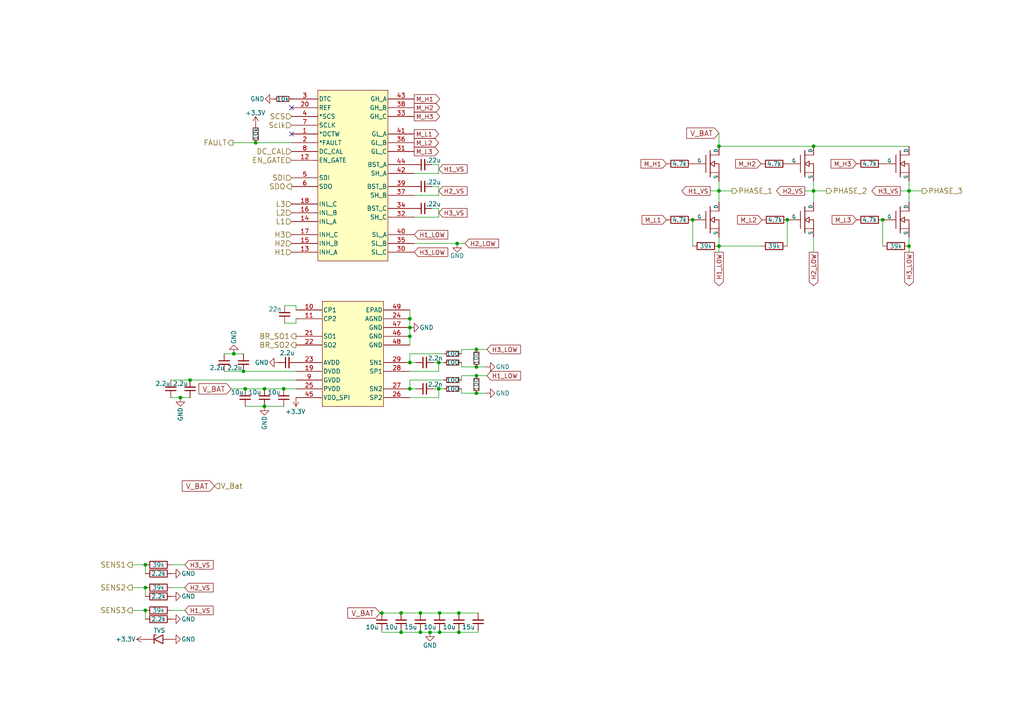
<source format=kicad_sch>
(kicad_sch (version 20230121) (generator eeschema)
  (paper "A4")
  (lib_symbols
    (symbol "BLDC_4-rescue:MOSFET_N" (pin_numbers hide) (pin_names (offset 0))
      (property "Reference" "Q" (at 0.254 4.318 0))
      (property "Value" "MOSFET_N" (at 0.254 -3.81 0))
      (symbol "MOSFET_N_0_1"
        (polyline (pts (xy -1.27 -2.54) (xy -1.27 2.54)) (stroke (width 0.2032)))
        (polyline (pts (xy 0 -3.81) (xy 0 3.81)) (stroke (width 0.254)))
        (polyline (pts (xy 2.54 -2.54) (xy 0 -2.54)))
        (polyline (pts (xy 2.54 2.54) (xy 0 2.54)))
        (polyline (pts (xy 2.54 -2.54) (xy 2.54 0) (xy 1.27 0)) (stroke (width 0.2032)))
        (polyline (pts (xy 1.27 0.762) (xy 1.27 -0.762) (xy 0 0) (xy 1.27 0.762) (xy 1.27 0.762)) (stroke (width 0.2032)))
      )
      (symbol "MOSFET_N_1_1"
        (pin passive line (at 2.54 5.08 270) (length 2.54) (name "D") (number "D"))
        (pin input line (at -5.08 0 0) (length 3.81) (name "G") (number "G"))
        (pin passive line (at 2.54 -5.08 90) (length 2.54) (name "S") (number "S"))
      )
    )
    (symbol "DRV8303DCA_1" (pin_names (offset 0.254))
      (symbol "DRV8303DCA_1_1_1"
        (rectangle (start 7.62 2.54) (end 27.94 -46.99) (fill (type background)))
        (pin output line (at 0 -10.16 0) (length 7.62) (name "*OCTW") (number "1"))
        (pin input line (at 0 -17.78 0) (length 7.62) (name "EN_GATE") (number "12"))
        (pin input line (at 0 -44.45 0) (length 7.62) (name "INH_A") (number "13"))
        (pin input line (at 0 -35.56 0) (length 7.62) (name "INL_A") (number "14"))
        (pin input line (at 0 -41.91 0) (length 7.62) (name "INH_B") (number "15"))
        (pin input line (at 0 -33.02 0) (length 7.62) (name "INL_B") (number "16"))
        (pin input line (at 0 -39.37 0) (length 7.62) (name "INH_C") (number "17"))
        (pin input line (at 0 -30.48 0) (length 7.62) (name "INL_C") (number "18"))
        (pin output line (at 0 -12.7 0) (length 7.62) (name "*FAULT") (number "2"))
        (pin input line (at 0 -2.54 0) (length 7.62) (name "REF") (number "20"))
        (pin input line (at 0 0 0) (length 7.62) (name "DTC") (number "3"))
        (pin input line (at 35.56 -44.45 180) (length 7.62) (name "SL_C") (number "30"))
        (pin output line (at 35.56 -15.24 180) (length 7.62) (name "GL_C") (number "31"))
        (pin input line (at 35.56 -34.29 180) (length 7.62) (name "SH_C") (number "32"))
        (pin output line (at 35.56 -5.08 180) (length 7.62) (name "GH_C") (number "33"))
        (pin power_in line (at 35.56 -31.75 180) (length 7.62) (name "BST_C") (number "34"))
        (pin input line (at 35.56 -41.91 180) (length 7.62) (name "SL_B") (number "35"))
        (pin output line (at 35.56 -12.7 180) (length 7.62) (name "GL_B") (number "36"))
        (pin input line (at 35.56 -27.94 180) (length 7.62) (name "SH_B") (number "37"))
        (pin output line (at 35.56 -2.54 180) (length 7.62) (name "GH_B") (number "38"))
        (pin power_in line (at 35.56 -25.4 180) (length 7.62) (name "BST_B") (number "39"))
        (pin input line (at 0 -5.08 0) (length 7.62) (name "*SCS") (number "4"))
        (pin input line (at 35.56 -39.37 180) (length 7.62) (name "SL_A") (number "40"))
        (pin output line (at 35.56 -10.16 180) (length 7.62) (name "GL_A") (number "41"))
        (pin input line (at 35.56 -21.59 180) (length 7.62) (name "SH_A") (number "42"))
        (pin output line (at 35.56 0 180) (length 7.62) (name "GH_A") (number "43"))
        (pin power_in line (at 35.56 -19.05 180) (length 7.62) (name "BST_A") (number "44"))
        (pin input line (at 0 -22.86 0) (length 7.62) (name "SDI") (number "5"))
        (pin output line (at 0 -25.4 0) (length 7.62) (name "SDO") (number "6"))
        (pin input line (at 0 -7.62 0) (length 7.62) (name "SCLK") (number "7"))
        (pin input line (at 0 -15.24 0) (length 7.62) (name "DC_CAL") (number "8"))
      )
      (symbol "DRV8303DCA_1_2_1"
        (rectangle (start 7.62 2.54) (end 25.4 -27.94) (fill (type background)))
        (pin power_in line (at 0 0 0) (length 7.62) (name "CP1") (number "10"))
        (pin power_in line (at 0 -2.54 0) (length 7.62) (name "CP2") (number "11"))
        (pin power_in line (at 0 -17.78 0) (length 7.62) (name "DVDD") (number "19"))
        (pin output line (at 0 -7.62 0) (length 7.62) (name "SO1") (number "21"))
        (pin output line (at 0 -10.16 0) (length 7.62) (name "SO2") (number "22"))
        (pin power_in line (at 0 -15.24 0) (length 7.62) (name "AVDD") (number "23"))
        (pin power_in line (at 33.02 -2.54 180) (length 7.62) (name "AGND") (number "24"))
        (pin power_in line (at 0 -22.86 0) (length 7.62) (name "PVDD") (number "25"))
        (pin input line (at 33.02 -25.4 180) (length 7.62) (name "SP2") (number "26"))
        (pin input line (at 33.02 -22.86 180) (length 7.62) (name "SN2") (number "27"))
        (pin input line (at 33.02 -17.78 180) (length 7.62) (name "SP1") (number "28"))
        (pin input line (at 33.02 -15.24 180) (length 7.62) (name "SN1") (number "29"))
        (pin input line (at 0 -25.4 0) (length 7.62) (name "VDD_SPI") (number "45"))
        (pin output line (at 33.02 -7.62 180) (length 7.62) (name "GND") (number "46"))
        (pin output line (at 33.02 -5.08 180) (length 7.62) (name "GND") (number "47"))
        (pin output line (at 33.02 -10.16 180) (length 7.62) (name "GND") (number "48"))
        (pin unspecified line (at 33.02 0 180) (length 7.62) (name "EPAD") (number "49"))
        (pin power_in line (at 0 -20.32 0) (length 7.62) (name "GVDD") (number "9"))
      )
    )
    (symbol "Device:C_Small" (pin_numbers hide) (pin_names (offset 0.254) hide)
      (property "Reference" "C" (at 0.254 1.778 0))
      (property "Value" "C_Small" (at 0.254 -2.032 0))
      (symbol "C_Small_0_1"
        (polyline (pts (xy -1.524 -0.508) (xy 1.524 -0.508)) (stroke (width 0.3302)))
        (polyline (pts (xy -1.524 0.508) (xy 1.524 0.508)) (stroke (width 0.3048)))
      )
      (symbol "C_Small_1_1"
        (pin passive line (at 0 2.54 270) (length 2.032) (name "~") (number "1"))
        (pin passive line (at 0 -2.54 90) (length 2.032) (name "~") (number "2"))
      )
    )
    (symbol "Device:R" (pin_numbers hide) (pin_names (offset 0))
      (property "Reference" "R" (at 2.032 0 90))
      (property "Value" "R" (at 0 0 90))
      (symbol "R_0_1"
        (rectangle (start -1.016 -2.54) (end 1.016 2.54) (stroke (width 0.254)))
      )
      (symbol "R_1_1"
        (pin passive line (at 0 3.81 270) (length 1.27) (name "~") (number "1"))
        (pin passive line (at 0 -3.81 90) (length 1.27) (name "~") (number "2"))
      )
    )
    (symbol "Device:R_Small" (pin_numbers hide) (pin_names (offset 0.254) hide)
      (property "Reference" "R" (at 0.762 0.508 0))
      (property "Value" "R_Small" (at 0.762 -1.016 0))
      (symbol "R_Small_0_1"
        (rectangle (start -0.762 1.778) (end 0.762 -1.778) (stroke (width 0.2032)))
      )
      (symbol "R_Small_1_1"
        (pin passive line (at 0 2.54 270) (length 0.762) (name "~") (number "1"))
        (pin passive line (at 0 -2.54 90) (length 0.762) (name "~") (number "2"))
      )
    )
    (symbol "Diode:1.5KExxA" (pin_numbers hide) (pin_names (offset 1.016) hide)
      (property "Reference" "D" (at 0 2.54 0))
      (property "Value" "1.5KExxA" (at 0 -2.54 0))
      (symbol "1.5KExxA_0_1"
        (polyline (pts (xy -0.762 1.27) (xy -1.27 1.27) (xy -1.27 -1.27)) (stroke (width 0.254)))
        (polyline (pts (xy 1.27 1.27) (xy 1.27 -1.27) (xy -1.27 0) (xy 1.27 1.27)) (stroke (width 0.254)))
      )
      (symbol "1.5KExxA_1_1"
        (pin passive line (at -3.81 0 0) (length 2.54) (name "A1") (number "1"))
        (pin passive line (at 3.81 0 180) (length 2.54) (name "A2") (number "2"))
      )
    )
    (symbol "new shii:DRV8303DCA" (pin_names (offset 0.254))
      (symbol "DRV8303DCA_1_1"
        (rectangle (start 7.62 2.54) (end 27.94 -46.99) (fill (type background)))
        (pin output line (at 0 -10.16 0) (length 7.62) (name "*OCTW") (number "1"))
        (pin input line (at 0 -17.78 0) (length 7.62) (name "EN_GATE") (number "12"))
        (pin input line (at 0 -44.45 0) (length 7.62) (name "INH_A") (number "13"))
        (pin input line (at 0 -35.56 0) (length 7.62) (name "INL_A") (number "14"))
        (pin input line (at 0 -41.91 0) (length 7.62) (name "INH_B") (number "15"))
        (pin input line (at 0 -33.02 0) (length 7.62) (name "INL_B") (number "16"))
        (pin input line (at 0 -39.37 0) (length 7.62) (name "INH_C") (number "17"))
        (pin input line (at 0 -30.48 0) (length 7.62) (name "INL_C") (number "18"))
        (pin output line (at 0 -12.7 0) (length 7.62) (name "*FAULT") (number "2"))
        (pin input line (at 0 -2.54 0) (length 7.62) (name "REF") (number "20"))
        (pin input line (at 0 0 0) (length 7.62) (name "DTC") (number "3"))
        (pin input line (at 35.56 -44.45 180) (length 7.62) (name "SL_C") (number "30"))
        (pin output line (at 35.56 -15.24 180) (length 7.62) (name "GL_C") (number "31"))
        (pin input line (at 35.56 -34.29 180) (length 7.62) (name "SH_C") (number "32"))
        (pin output line (at 35.56 -5.08 180) (length 7.62) (name "GH_C") (number "33"))
        (pin power_in line (at 35.56 -31.75 180) (length 7.62) (name "BST_C") (number "34"))
        (pin input line (at 35.56 -41.91 180) (length 7.62) (name "SL_B") (number "35"))
        (pin output line (at 35.56 -12.7 180) (length 7.62) (name "GL_B") (number "36"))
        (pin input line (at 35.56 -27.94 180) (length 7.62) (name "SH_B") (number "37"))
        (pin output line (at 35.56 -2.54 180) (length 7.62) (name "GH_B") (number "38"))
        (pin power_in line (at 35.56 -25.4 180) (length 7.62) (name "BST_B") (number "39"))
        (pin input line (at 0 -5.08 0) (length 7.62) (name "*SCS") (number "4"))
        (pin input line (at 35.56 -39.37 180) (length 7.62) (name "SL_A") (number "40"))
        (pin output line (at 35.56 -10.16 180) (length 7.62) (name "GL_A") (number "41"))
        (pin input line (at 35.56 -21.59 180) (length 7.62) (name "SH_A") (number "42"))
        (pin output line (at 35.56 0 180) (length 7.62) (name "GH_A") (number "43"))
        (pin power_in line (at 35.56 -19.05 180) (length 7.62) (name "BST_A") (number "44"))
        (pin input line (at 0 -22.86 0) (length 7.62) (name "SDI") (number "5"))
        (pin output line (at 0 -25.4 0) (length 7.62) (name "SDO") (number "6"))
        (pin input line (at 0 -7.62 0) (length 7.62) (name "SCLK") (number "7"))
        (pin input line (at 0 -15.24 0) (length 7.62) (name "DC_CAL") (number "8"))
      )
      (symbol "DRV8303DCA_2_1"
        (rectangle (start 7.62 2.54) (end 25.4 -27.94) (fill (type background)))
        (pin power_in line (at 0 0 0) (length 7.62) (name "CP1") (number "10"))
        (pin power_in line (at 0 -2.54 0) (length 7.62) (name "CP2") (number "11"))
        (pin power_in line (at 0 -17.78 0) (length 7.62) (name "DVDD") (number "19"))
        (pin output line (at 0 -7.62 0) (length 7.62) (name "SO1") (number "21"))
        (pin output line (at 0 -10.16 0) (length 7.62) (name "SO2") (number "22"))
        (pin power_in line (at 0 -15.24 0) (length 7.62) (name "AVDD") (number "23"))
        (pin power_in line (at 33.02 -2.54 180) (length 7.62) (name "AGND") (number "24"))
        (pin power_in line (at 0 -22.86 0) (length 7.62) (name "PVDD") (number "25"))
        (pin input line (at 33.02 -25.4 180) (length 7.62) (name "SP2") (number "26"))
        (pin input line (at 33.02 -22.86 180) (length 7.62) (name "SN2") (number "27"))
        (pin input line (at 33.02 -17.78 180) (length 7.62) (name "SP1") (number "28"))
        (pin input line (at 33.02 -15.24 180) (length 7.62) (name "SN1") (number "29"))
        (pin input line (at 0 -25.4 0) (length 7.62) (name "VDD_SPI") (number "45"))
        (pin output line (at 33.02 -7.62 180) (length 7.62) (name "GND") (number "46"))
        (pin output line (at 33.02 -5.08 180) (length 7.62) (name "GND") (number "47"))
        (pin output line (at 33.02 -10.16 180) (length 7.62) (name "GND") (number "48"))
        (pin unspecified line (at 33.02 0 180) (length 7.62) (name "EPAD") (number "49"))
        (pin power_in line (at 0 -20.32 0) (length 7.62) (name "GVDD") (number "9"))
      )
    )
    (symbol "power:+3.3V" (power) (pin_names (offset 0))
      (property "Value" "+3.3V" (at 0 3.556 0))
      (symbol "+3.3V_0_1"
        (polyline (pts (xy -0.762 1.27) (xy 0 2.54)))
        (polyline (pts (xy 0 0) (xy 0 2.54)))
        (polyline (pts (xy 0 2.54) (xy 0.762 1.27)))
      )
      (symbol "+3.3V_1_1"
        (pin power_in line (at 0 0 90) (length 0) hide (name "+3.3V") (number "1"))
      )
    )
    (symbol "power:GND" (power) (pin_names (offset 0))
      (property "Value" "GND" (at 0 -3.81 0))
      (symbol "GND_0_1"
        (polyline (pts (xy 0 0) (xy 0 -1.27) (xy 1.27 -1.27) (xy 0 -2.54) (xy -1.27 -1.27) (xy 0 -1.27)))
      )
      (symbol "GND_1_1"
        (pin power_in line (at 0 0 270) (length 0) hide (name "GND") (number "1"))
      )
    )
  )
  (junction (at 138.176 101.346))
  (junction (at 74.168 41.402))
  (junction (at 110.744 177.8))
  (junction (at 121.92 177.8))
  (junction (at 76.708 117.856))
  (junction (at 138.176 108.966))
  (junction (at 118.872 112.776))
  (junction (at 42.164 163.83))
  (junction (at 138.176 114.046))
  (junction (at 52.324 115.316))
  (junction (at 133.096 177.8))
  (junction (at 116.332 177.8))
  (junction (at 76.708 112.776))
  (junction (at 42.164 170.434))
  (junction (at 70.612 107.696))
  (junction (at 127.508 177.8))
  (junction (at 138.176 106.426))
  (junction (at 256.032 63.754))
  (junction (at 121.92 183.388))
  (junction (at 118.872 94.996))
  (junction (at 235.966 42.418))
  (junction (at 127.254 112.776))
  (junction (at 263.652 71.374))
  (junction (at 118.872 97.536))
  (junction (at 118.872 92.456))
  (junction (at 208.534 71.374))
  (junction (at 200.914 63.754))
  (junction (at 118.872 105.156))
  (junction (at 55.118 110.236))
  (junction (at 71.12 112.776))
  (junction (at 127.508 183.388))
  (junction (at 132.588 70.612))
  (junction (at 228.346 63.754))
  (junction (at 124.714 183.388))
  (junction (at 116.332 183.388))
  (junction (at 133.096 183.388))
  (junction (at 235.966 55.372))
  (junction (at 67.818 102.616))
  (junction (at 82.296 112.776))
  (junction (at 42.164 177.038))
  (junction (at 208.534 42.418))
  (junction (at 263.652 55.372))
  (junction (at 127.254 105.156))
  (junction (at 208.534 55.372))
  (no_connect (at 84.582 38.862))
  (no_connect (at 84.582 31.242))
  (wire (pts (xy 76.708 112.776) (xy 82.296 112.776)))
  (wire (pts (xy 38.354 163.83) (xy 42.164 163.83)))
  (wire (pts (xy 71.12 117.856) (xy 76.708 117.856)))
  (wire (pts (xy 120.142 56.642) (xy 127.254 56.642)))
  (wire (pts (xy 118.872 97.536) (xy 118.872 100.076)))
  (wire (pts (xy 127.254 56.642) (xy 127.254 54.102)))
  (wire (pts (xy 127.254 47.752) (xy 125.222 47.752)))
  (wire (pts (xy 127.254 115.316) (xy 127.254 112.776)))
  (wire (pts (xy 208.534 55.372) (xy 208.534 58.674)))
  (wire (pts (xy 235.966 55.372) (xy 239.776 55.372)))
  (wire (pts (xy 235.966 55.372) (xy 235.966 58.674)))
  (wire (pts (xy 208.534 55.372) (xy 212.344 55.372)))
  (wire (pts (xy 118.872 107.696) (xy 127.254 107.696)))
  (wire (pts (xy 74.168 41.402) (xy 84.582 41.402)))
  (wire (pts (xy 127.508 177.8) (xy 133.096 177.8)))
  (wire (pts (xy 133.858 114.046) (xy 138.176 114.046)))
  (wire (pts (xy 110.744 177.8) (xy 116.332 177.8)))
  (wire (pts (xy 125.73 105.156) (xy 127.254 105.156)))
  (wire (pts (xy 138.684 183.388) (xy 138.684 182.88)))
  (wire (pts (xy 133.096 183.388) (xy 133.096 182.88)))
  (wire (pts (xy 110.744 183.388) (xy 110.744 182.88)))
  (wire (pts (xy 118.872 92.456) (xy 118.872 94.996)))
  (wire (pts (xy 110.236 177.8) (xy 110.744 177.8)))
  (wire (pts (xy 125.73 112.776) (xy 127.254 112.776)))
  (wire (pts (xy 134.874 70.612) (xy 132.588 70.612)))
  (wire (pts (xy 120.142 50.292) (xy 127.254 50.292)))
  (wire (pts (xy 261.112 55.372) (xy 263.652 55.372)))
  (wire (pts (xy 116.332 177.8) (xy 121.92 177.8)))
  (wire (pts (xy 118.872 94.996) (xy 118.872 97.536)))
  (wire (pts (xy 38.354 177.038) (xy 42.164 177.038)))
  (wire (pts (xy 76.708 117.856) (xy 82.296 117.856)))
  (wire (pts (xy 235.966 68.834) (xy 235.966 73.152)))
  (wire (pts (xy 121.92 183.388) (xy 121.92 182.88)))
  (wire (pts (xy 49.53 115.316) (xy 52.324 115.316)))
  (wire (pts (xy 70.612 107.696) (xy 65.024 107.696)))
  (wire (pts (xy 208.534 71.374) (xy 220.726 71.374)))
  (wire (pts (xy 42.164 170.434) (xy 42.164 172.974)))
  (wire (pts (xy 118.872 102.616) (xy 128.778 102.616)))
  (wire (pts (xy 263.652 52.578) (xy 263.652 55.372)))
  (wire (pts (xy 118.872 105.156) (xy 120.65 105.156)))
  (wire (pts (xy 49.784 170.434) (xy 53.594 170.434)))
  (wire (pts (xy 71.12 112.776) (xy 76.708 112.776)))
  (wire (pts (xy 208.534 68.834) (xy 208.534 71.374)))
  (wire (pts (xy 133.858 105.156) (xy 133.858 106.426)))
  (wire (pts (xy 263.652 55.372) (xy 267.462 55.372)))
  (wire (pts (xy 127.254 54.102) (xy 125.222 54.102)))
  (wire (pts (xy 85.852 93.726) (xy 82.55 93.726)))
  (wire (pts (xy 228.6 63.754) (xy 228.346 63.754)))
  (wire (pts (xy 140.97 114.046) (xy 138.176 114.046)))
  (wire (pts (xy 127.254 112.776) (xy 128.778 112.776)))
  (wire (pts (xy 205.994 55.372) (xy 208.534 55.372)))
  (wire (pts (xy 263.652 68.834) (xy 263.652 71.374)))
  (wire (pts (xy 140.97 106.426) (xy 138.176 106.426)))
  (wire (pts (xy 118.872 89.916) (xy 118.872 92.456)))
  (wire (pts (xy 200.914 63.754) (xy 200.914 71.374)))
  (wire (pts (xy 118.872 110.236) (xy 118.872 112.776)))
  (wire (pts (xy 133.096 183.388) (xy 138.684 183.388)))
  (wire (pts (xy 55.118 110.236) (xy 85.852 110.236)))
  (wire (pts (xy 42.164 179.578) (xy 42.164 177.038)))
  (wire (pts (xy 127.508 183.388) (xy 133.096 183.388)))
  (wire (pts (xy 121.92 177.8) (xy 127.508 177.8)))
  (wire (pts (xy 263.652 71.374) (xy 263.652 73.152)))
  (wire (pts (xy 138.176 108.966) (xy 141.224 108.966)))
  (wire (pts (xy 116.332 183.388) (xy 116.332 182.88)))
  (wire (pts (xy 118.872 110.236) (xy 128.778 110.236)))
  (wire (pts (xy 70.612 102.616) (xy 67.818 102.616)))
  (wire (pts (xy 118.872 112.776) (xy 120.65 112.776)))
  (wire (pts (xy 127.254 62.992) (xy 127.254 60.452)))
  (wire (pts (xy 233.426 55.372) (xy 235.966 55.372)))
  (wire (pts (xy 256.032 63.754) (xy 256.032 71.374)))
  (wire (pts (xy 67.056 112.776) (xy 71.12 112.776)))
  (wire (pts (xy 208.534 42.418) (xy 235.966 42.418)))
  (wire (pts (xy 208.534 38.608) (xy 208.534 42.418)))
  (wire (pts (xy 70.612 107.696) (xy 85.852 107.696)))
  (wire (pts (xy 127.254 105.156) (xy 128.778 105.156)))
  (wire (pts (xy 85.852 92.456) (xy 85.852 93.726)))
  (wire (pts (xy 208.534 71.374) (xy 208.534 73.152)))
  (wire (pts (xy 133.858 110.236) (xy 133.858 108.966)))
  (wire (pts (xy 110.744 183.388) (xy 116.332 183.388)))
  (wire (pts (xy 120.142 62.992) (xy 127.254 62.992)))
  (wire (pts (xy 42.164 166.37) (xy 42.164 163.83)))
  (wire (pts (xy 235.966 52.578) (xy 235.966 55.372)))
  (wire (pts (xy 49.53 110.236) (xy 55.118 110.236)))
  (wire (pts (xy 133.858 102.616) (xy 133.858 101.346)))
  (wire (pts (xy 127.508 183.388) (xy 127.508 182.88)))
  (wire (pts (xy 133.858 106.426) (xy 138.176 106.426)))
  (wire (pts (xy 49.784 177.038) (xy 53.594 177.038)))
  (wire (pts (xy 38.354 170.434) (xy 42.164 170.434)))
  (wire (pts (xy 121.92 183.388) (xy 124.714 183.388)))
  (wire (pts (xy 85.852 89.916) (xy 85.852 88.646)))
  (wire (pts (xy 132.588 70.612) (xy 120.142 70.612)))
  (wire (pts (xy 138.176 101.346) (xy 141.224 101.346)))
  (wire (pts (xy 49.784 163.83) (xy 53.594 163.83)))
  (wire (pts (xy 127.254 60.452) (xy 125.222 60.452)))
  (wire (pts (xy 52.324 115.316) (xy 55.118 115.316)))
  (wire (pts (xy 67.564 41.402) (xy 74.168 41.402)))
  (wire (pts (xy 118.872 102.616) (xy 118.872 105.156)))
  (wire (pts (xy 116.332 183.388) (xy 121.92 183.388)))
  (wire (pts (xy 263.652 55.372) (xy 263.652 58.674)))
  (wire (pts (xy 133.858 108.966) (xy 138.176 108.966)))
  (wire (pts (xy 124.714 183.388) (xy 127.508 183.388)))
  (wire (pts (xy 118.872 115.316) (xy 127.254 115.316)))
  (wire (pts (xy 82.296 112.776) (xy 85.852 112.776)))
  (wire (pts (xy 235.966 42.418) (xy 263.652 42.418)))
  (wire (pts (xy 127.254 107.696) (xy 127.254 105.156)))
  (wire (pts (xy 133.858 101.346) (xy 138.176 101.346)))
  (wire (pts (xy 208.534 52.578) (xy 208.534 55.372)))
  (wire (pts (xy 127.254 50.292) (xy 127.254 47.752)))
  (wire (pts (xy 133.096 177.8) (xy 138.684 177.8)))
  (wire (pts (xy 228.346 71.374) (xy 228.346 63.754)))
  (wire (pts (xy 67.818 102.616) (xy 65.024 102.616)))
  (wire (pts (xy 133.858 112.776) (xy 133.858 114.046)))
  (wire (pts (xy 85.852 88.646) (xy 82.55 88.646)))
  (global_label "H3_LOW" (shape input) (at 141.224 101.346 0) (property "Intersheetrefs" "${INTERSHEET_REFS}" (effects hide)))
  (global_label "H2_VS" (shape input) (at 127.254 55.372 0) (property "Intersheetrefs" "${INTERSHEET_REFS}" (effects hide)))
  (global_label "H2_LOW" (shape input) (at 134.874 70.612 0) (property "Intersheetrefs" "${INTERSHEET_REFS}" (effects hide)))
  (global_label "H1_LOW" (shape input) (at 120.142 68.072 0) (property "Intersheetrefs" "${INTERSHEET_REFS}" (effects hide)))
  (global_label "M_L3" (shape output) (at 120.142 43.942 0) (property "Intersheetrefs" "${INTERSHEET_REFS}" (effects hide)))
  (global_label "H3_LOW" (shape output) (at 263.652 73.152 270) (property "Intersheetrefs" "${INTERSHEET_REFS}" (effects hide)))
  (global_label "V_BAT" (shape input) (at 62.23 140.97 180) (effects (font (size 1.524 1.524))) (property "Intersheetrefs" "${INTERSHEET_REFS}" (effects hide)))
  (global_label "H1_VS" (shape input) (at 127.254 49.022 0) (property "Intersheetrefs" "${INTERSHEET_REFS}" (effects hide)))
  (global_label "M_H3" (shape input) (at 248.412 47.498 180) (property "Intersheetrefs" "${INTERSHEET_REFS}" (effects hide)))
  (global_label "M_L1" (shape input) (at 193.294 63.754 180) (property "Intersheetrefs" "${INTERSHEET_REFS}" (effects hide)))
  (global_label "V_BAT" (shape input) (at 67.056 112.776 180) (effects (font (size 1.524 1.524))) (property "Intersheetrefs" "${INTERSHEET_REFS}" (effects hide)))
  (global_label "H3_VS" (shape output) (at 261.112 55.372 180) (property "Intersheetrefs" "${INTERSHEET_REFS}" (effects hide)))
  (global_label "H3_LOW" (shape input) (at 120.142 73.152 0) (property "Intersheetrefs" "${INTERSHEET_REFS}" (effects hide)))
  (global_label "M_H2" (shape output) (at 120.142 31.242 0) (property "Intersheetrefs" "${INTERSHEET_REFS}" (effects hide)))
  (global_label "H2_VS" (shape input) (at 53.594 170.434 0) (property "Intersheetrefs" "${INTERSHEET_REFS}" (effects hide)))
  (global_label "H1_LOW" (shape output) (at 208.534 73.152 270) (property "Intersheetrefs" "${INTERSHEET_REFS}" (effects hide)))
  (global_label "V_BAT" (shape input) (at 110.236 177.8 180) (effects (font (size 1.524 1.524))) (property "Intersheetrefs" "${INTERSHEET_REFS}" (effects hide)))
  (global_label "M_L2" (shape output) (at 120.142 41.402 0) (property "Intersheetrefs" "${INTERSHEET_REFS}" (effects hide)))
  (global_label "H1_VS" (shape output) (at 205.994 55.372 180) (property "Intersheetrefs" "${INTERSHEET_REFS}" (effects hide)))
  (global_label "H2_VS" (shape output) (at 233.426 55.372 180) (property "Intersheetrefs" "${INTERSHEET_REFS}" (effects hide)))
  (global_label "M_H2" (shape input) (at 220.726 47.498 180) (property "Intersheetrefs" "${INTERSHEET_REFS}" (effects hide)))
  (global_label "M_H3" (shape output) (at 120.142 33.782 0) (property "Intersheetrefs" "${INTERSHEET_REFS}" (effects hide)))
  (global_label "M_L3" (shape input) (at 248.412 63.754 180) (property "Intersheetrefs" "${INTERSHEET_REFS}" (effects hide)))
  (global_label "H1_VS" (shape input) (at 53.594 177.038 0) (property "Intersheetrefs" "${INTERSHEET_REFS}" (effects hide)))
  (global_label "M_H1" (shape input) (at 193.294 47.498 180) (property "Intersheetrefs" "${INTERSHEET_REFS}" (effects hide)))
  (global_label "V_BAT" (shape input) (at 208.534 38.608 180) (effects (font (size 1.524 1.524))) (property "Intersheetrefs" "${INTERSHEET_REFS}" (effects hide)))
  (global_label "M_L1" (shape output) (at 120.142 38.862 0) (property "Intersheetrefs" "${INTERSHEET_REFS}" (effects hide)))
  (global_label "H3_VS" (shape input) (at 53.594 163.83 0) (property "Intersheetrefs" "${INTERSHEET_REFS}" (effects hide)))
  (global_label "H3_VS" (shape input) (at 127.254 61.722 0) (property "Intersheetrefs" "${INTERSHEET_REFS}" (effects hide)))
  (global_label "M_H1" (shape output) (at 120.142 28.702 0) (property "Intersheetrefs" "${INTERSHEET_REFS}" (effects hide)))
  (global_label "M_L2" (shape input) (at 220.98 63.754 180) (property "Intersheetrefs" "${INTERSHEET_REFS}" (effects hide)))
  (global_label "H1_LOW" (shape input) (at 141.224 108.966 0) (property "Intersheetrefs" "${INTERSHEET_REFS}" (effects hide)))
  (global_label "H2_LOW" (shape output) (at 235.966 73.152 270) (property "Intersheetrefs" "${INTERSHEET_REFS}" (effects hide)))
  (hierarchical_label "V_Bat" (shape input) (at 62.23 140.97 0) (effects (font (size 1.524 1.524))))
  (hierarchical_label "H1" (shape input) (at 84.582 73.152 180) (effects (font (size 1.524 1.524))))
  (hierarchical_label "SDO" (shape output) (at 84.582 54.102 180) (effects (font (size 1.524 1.524))))
  (hierarchical_label "PHASE_1" (shape output) (at 212.344 55.372 0) (effects (font (size 1.524 1.524))))
  (hierarchical_label "FAULT" (shape output) (at 67.564 41.402 180) (effects (font (size 1.524 1.524))))
  (hierarchical_label "PHASE_2" (shape output) (at 239.776 55.372 0) (effects (font (size 1.524 1.524))))
  (hierarchical_label "H2" (shape input) (at 84.582 70.612 180) (effects (font (size 1.524 1.524))))
  (hierarchical_label "BR_SO2" (shape output) (at 85.852 100.076 180) (effects (font (size 1.524 1.524))))
  (hierarchical_label "L3" (shape input) (at 84.582 59.182 180) (effects (font (size 1.524 1.524))))
  (hierarchical_label "SENS1" (shape output) (at 38.354 163.83 180) (effects (font (size 1.524 1.524))))
  (hierarchical_label "SENS3" (shape output) (at 38.354 177.038 180) (effects (font (size 1.524 1.524))))
  (hierarchical_label "EN_GATE" (shape input) (at 84.582 46.482 180) (effects (font (size 1.524 1.524))))
  (hierarchical_label "SCS" (shape input) (at 84.582 33.782 180) (effects (font (size 1.524 1.524))))
  (hierarchical_label "H3" (shape input) (at 84.582 68.072 180) (effects (font (size 1.524 1.524))))
  (hierarchical_label "Sclk" (shape input) (at 84.582 36.322 180) (effects (font (size 1.524 1.524))))
  (hierarchical_label "PHASE_3" (shape output) (at 267.462 55.372 0) (effects (font (size 1.524 1.524))))
  (hierarchical_label "BR_SO1" (shape output) (at 85.852 97.536 180) (effects (font (size 1.524 1.524))))
  (hierarchical_label "DC_CAL" (shape input) (at 84.582 43.942 180) (effects (font (size 1.524 1.524))))
  (hierarchical_label "SENS2" (shape output) (at 38.354 170.434 180) (effects (font (size 1.524 1.524))))
  (hierarchical_label "L1" (shape input) (at 84.582 64.262 180) (effects (font (size 1.524 1.524))))
  (hierarchical_label "L2" (shape input) (at 84.582 61.722 180) (effects (font (size 1.524 1.524))))
  (hierarchical_label "SDI" (shape input) (at 84.582 51.562 180) (effects (font (size 1.524 1.524))))
  (symbol (lib_id "BLDC_4-rescue:MOSFET_N") (at 205.994 47.498 0) (unit 1)
    (property "Reference" "Q1" (effects hide))
    (property "Value" "TPH4R50ANH" (effects hide))
    (property "Footprint" "Y!:TRANS_TPHR8504PL_L1Q" (effects hide))
    (instances (project "QuadESC" (path "" (reference "Q1") (unit 1)) (path "" (reference "Q7") (unit 1)) (path "" (reference "Q13") (unit 1)) (path "" (reference "Q19") (unit 1))) (project "BLDC_4" (path "" (reference "Q1") (unit 1))))
  )
  (symbol (lib_id "Device:R") (at 259.842 71.374 90) (unit 1)
    (property "Reference" "R23" (effects hide))
    (property "Value" "39k" (at 259.842 71.374 90))
    (instances (project "QuadESC" (path "" (reference "R23") (unit 1)) (path "" (reference "R46") (unit 1)) (path "" (reference "R69") (unit 1)) (path "" (reference "R92") (unit 1))))
  )
  (symbol (lib_name "DRV8303DCA_1") (lib_id "new shii:DRV8303DCA") (at 85.852 89.916 0) (unit 2)
    (property "Reference" "U1" (effects hide))
    (property "Value" "DRV8303DCA" (effects hide))
    (property "Footprint" "DCA48_4P42X3P48" (effects hide))
    (property "Datasheet" "DRV8303DCA" (effects hide))
    (instances (project "QuadESC" (path "" (reference "U1") (unit 2)) (path "" (reference "U1") (unit 2)) (path "" (reference "U2") (unit 2)) (path "" (reference "U3") (unit 2)) (path "" (reference "U4") (unit 2))))
  )
  (symbol (lib_id "Device:C_Small") (at 127.508 180.34 180) (unit 1)
    (property "Reference" "C18" (effects hide))
    (property "Value" "10u" (at 124.714 181.864 0))
    (instances (project "QuadESC" (path "" (reference "C18") (unit 1)) (path "" (reference "C38") (unit 1)) (path "" (reference "C58") (unit 1)) (path "" (reference "C78") (unit 1))))
  )
  (symbol (lib_id "Device:C_Small") (at 110.744 180.34 180) (unit 1)
    (property "Reference" "C15" (effects hide))
    (property "Value" "10u" (at 107.95 181.864 0))
    (instances (project "QuadESC" (path "" (reference "C15") (unit 1)) (path "" (reference "C30") (unit 1)) (path "" (reference "C50") (unit 1)) (path "" (reference "C70") (unit 1))))
  )
  (symbol (lib_id "power:GND") (at 52.324 115.316 0) (unit 1)
    (property "Reference" "#PWR03" (effects hide))
    (property "Value" "GND" (at 52.324 118.11 90) (effects (justify right)))
    (instances (project "QuadESC" (path "" (reference "#PWR03") (unit 1)) (path "" (reference "#PWR037") (unit 1)) (path "" (reference "#PWR054") (unit 1)) (path "" (reference "#PWR071") (unit 1))))
  )
  (symbol (lib_id "Device:C_Small") (at 82.55 91.186 180) (unit 1)
    (property "Reference" "C9" (effects hide))
    (property "Value" "22n" (at 79.756 89.662 0))
    (instances (project "QuadESC" (path "" (reference "C9") (unit 1)) (path "" (reference "C28") (unit 1)) (path "" (reference "C48") (unit 1)) (path "" (reference "C68") (unit 1))))
  )
  (symbol (lib_id "Device:R_Small") (at 138.176 103.886 0) (unit 1)
    (property "Reference" "R11" (effects hide))
    (property "Value" "100" (at 138.176 103.886 90))
    (instances (project "QuadESC" (path "" (reference "R11") (unit 1)) (path "" (reference "R36") (unit 1)) (path "" (reference "R59") (unit 1)) (path "" (reference "R82") (unit 1))))
  )
  (symbol (lib_id "new shii:DRV8303DCA") (at 84.582 28.702 0) (unit 1)
    (property "Reference" "U1" (effects hide))
    (property "Value" "DRV8303DCA" (effects hide))
    (property "Footprint" "DCA48_4P42X3P48" (effects hide))
    (property "Datasheet" "DRV8303DCA" (effects hide))
    (instances (project "QuadESC" (path "" (reference "U1") (unit 1)) (path "" (reference "U1") (unit 1)) (path "" (reference "U2") (unit 1)) (path "" (reference "U3") (unit 1)) (path "" (reference "U4") (unit 1))))
  )
  (symbol (lib_id "Device:R_Small") (at 131.318 105.156 90) (unit 1)
    (property "Reference" "R1" (effects hide))
    (property "Value" "100" (at 131.318 105.156 90))
    (instances (project "QuadESC" (path "" (reference "R1") (unit 1)) (path "" (reference "R33") (unit 1)) (path "" (reference "R56") (unit 1)) (path "" (reference "R79") (unit 1))))
  )
  (symbol (lib_id "Device:R") (at 45.974 163.83 90) (unit 1)
    (property "Reference" "R13" (effects hide))
    (property "Value" "39k" (at 45.974 163.83 90))
    (instances (project "QuadESC" (path "" (reference "R13") (unit 1)) (path "" (reference "R24") (unit 1)) (path "" (reference "R47") (unit 1)) (path "" (reference "R70") (unit 1))))
  )
  (symbol (lib_id "power:GND") (at 76.708 117.856 0) (unit 1)
    (property "Reference" "#PWR04" (effects hide))
    (property "Value" "GND" (at 76.708 120.65 90) (effects (justify right)))
    (instances (project "QuadESC" (path "" (reference "#PWR04") (unit 1)) (path "" (reference "#PWR040") (unit 1)) (path "" (reference "#PWR057") (unit 1)) (path "" (reference "#PWR074") (unit 1))))
  )
  (symbol (lib_id "Device:C_Small") (at 55.118 112.776 180) (unit 1)
    (property "Reference" "C5" (effects hide))
    (property "Value" "2.2u" (at 52.324 111.252 0))
    (instances (project "QuadESC" (path "" (reference "C5") (unit 1)) (path "" (reference "C22") (unit 1)) (path "" (reference "C42") (unit 1)) (path "" (reference "C62") (unit 1))))
  )
  (symbol (lib_id "Device:R") (at 45.974 170.434 90) (unit 1)
    (property "Reference" "R7" (effects hide))
    (property "Value" "39k" (at 45.974 170.434 90))
    (instances (project "QuadESC" (path "" (reference "R7") (unit 1)) (path "" (reference "R26") (unit 1)) (path "" (reference "R49") (unit 1)) (path "" (reference "R72") (unit 1))))
  )
  (symbol (lib_id "Device:R_Small") (at 131.318 112.776 90) (unit 1)
    (property "Reference" "R3" (effects hide))
    (property "Value" "100" (at 131.318 112.776 90))
    (instances (project "QuadESC" (path "" (reference "R3") (unit 1)) (path "" (reference "R35") (unit 1)) (path "" (reference "R58") (unit 1)) (path "" (reference "R81") (unit 1))))
  )
  (symbol (lib_id "power:+3.3V") (at 42.164 185.42 90) (unit 1)
    (property "Reference" "#PWR014" (effects hide))
    (property "Value" "+3.3V" (at 39.37 185.42 90) (effects (justify left)))
    (instances (project "QuadESC" (path "" (reference "#PWR014") (unit 1)) (path "" (reference "#PWR032") (unit 1)) (path "" (reference "#PWR049") (unit 1)) (path "" (reference "#PWR066") (unit 1))))
  )
  (symbol (lib_id "Device:R_Small") (at 138.176 111.506 0) (unit 1)
    (property "Reference" "R12" (effects hide))
    (property "Value" "100" (at 138.176 111.506 90))
    (instances (project "QuadESC" (path "" (reference "R12") (unit 1)) (path "" (reference "R37") (unit 1)) (path "" (reference "R60") (unit 1)) (path "" (reference "R83") (unit 1))))
  )
  (symbol (lib_id "Device:R_Small") (at 74.168 38.862 180) (unit 1)
    (property "Reference" "R6" (effects hide))
    (property "Value" "10k" (at 74.168 38.862 90))
    (instances (project "QuadESC" (path "" (reference "R6") (unit 1)) (path "" (reference "R30") (unit 1)) (path "" (reference "R53") (unit 1)) (path "" (reference "R76") (unit 1))))
  )
  (symbol (lib_id "Device:C_Small") (at 65.024 105.156 0) (unit 1)
    (property "Reference" "C2" (effects hide))
    (property "Value" "2.2u" (at 62.992 106.68 0))
    (instances (project "QuadESC" (path "" (reference "C2") (unit 1)) (path "" (reference "C23") (unit 1)) (path "" (reference "C43") (unit 1)) (path "" (reference "C63") (unit 1))))
  )
  (symbol (lib_id "Device:C_Small") (at 121.92 180.34 180) (unit 1)
    (property "Reference" "C17" (effects hide))
    (property "Value" "15u" (at 119.126 181.864 0))
    (instances (project "QuadESC" (path "" (reference "C17") (unit 1)) (path "" (reference "C32") (unit 1)) (path "" (reference "C52") (unit 1)) (path "" (reference "C72") (unit 1))))
  )
  (symbol (lib_id "Device:C_Small") (at 122.682 54.102 90) (unit 1)
    (property "Reference" "C13" (effects hide))
    (property "Value" ".22u" (at 125.73 52.832 90))
    (instances (project "QuadESC" (path "" (reference "C13") (unit 1)) (path "" (reference "C34") (unit 1)) (path "" (reference "C54") (unit 1)) (path "" (reference "C74") (unit 1))))
  )
  (symbol (lib_id "power:GND") (at 140.97 114.046 90) (unit 1)
    (property "Reference" "#PWR016" (effects hide))
    (property "Value" "GND" (at 143.764 114.046 90) (effects (justify right)))
    (instances (project "QuadESC" (path "" (reference "#PWR016") (unit 1)) (path "" (reference "#PWR048") (unit 1)) (path "" (reference "#PWR065") (unit 1)) (path "" (reference "#PWR082") (unit 1))))
  )
  (symbol (lib_id "power:GND") (at 118.872 94.996 90) (unit 1)
    (property "Reference" "#PWR06" (effects hide))
    (property "Value" "GND" (at 121.666 94.996 90) (effects (justify right)))
    (instances (project "QuadESC" (path "" (reference "#PWR06") (unit 1)) (path "" (reference "#PWR044") (unit 1)) (path "" (reference "#PWR061") (unit 1)) (path "" (reference "#PWR078") (unit 1))))
  )
  (symbol (lib_id "Device:C_Small") (at 116.332 180.34 180) (unit 1)
    (property "Reference" "C16" (effects hide))
    (property "Value" "10u" (at 113.538 181.864 0))
    (instances (project "QuadESC" (path "" (reference "C16") (unit 1)) (path "" (reference "C31") (unit 1)) (path "" (reference "C51") (unit 1)) (path "" (reference "C71") (unit 1))))
  )
  (symbol (lib_id "Device:C_Small") (at 76.708 115.316 180) (unit 1)
    (property "Reference" "C7" (effects hide))
    (property "Value" "10u" (at 73.914 113.792 0))
    (instances (project "QuadESC" (path "" (reference "C7") (unit 1)) (path "" (reference "C26") (unit 1)) (path "" (reference "C46") (unit 1)) (path "" (reference "C66") (unit 1))))
  )
  (symbol (lib_id "power:GND") (at 49.784 172.974 90) (unit 1)
    (property "Reference" "#PWR011" (effects hide))
    (property "Value" "GND" (at 52.578 172.974 90) (effects (justify right)))
    (instances (project "QuadESC" (path "" (reference "#PWR011") (unit 1)) (path "" (reference "#PWR034") (unit 1)) (path "" (reference "#PWR051") (unit 1)) (path "" (reference "#PWR068") (unit 1))))
  )
  (symbol (lib_id "Device:C_Small") (at 123.19 105.156 90) (unit 1)
    (property "Reference" "C10" (effects hide))
    (property "Value" "2.2n" (at 126.238 103.886 90))
    (instances (project "QuadESC" (path "" (reference "C10") (unit 1)) (path "" (reference "C36") (unit 1)) (path "" (reference "C56") (unit 1)) (path "" (reference "C76") (unit 1))))
  )
  (symbol (lib_id "Device:R") (at 45.974 179.578 90) (unit 1)
    (property "Reference" "R10" (effects hide))
    (property "Value" "2.2k" (at 45.974 179.578 90))
    (instances (project "QuadESC" (path "" (reference "R10") (unit 1)) (path "" (reference "R29") (unit 1)) (path "" (reference "R52") (unit 1)) (path "" (reference "R75") (unit 1))))
  )
  (symbol (lib_id "power:+3.3V") (at 85.852 115.316 180) (unit 1)
    (property "Reference" "#PWR05" (effects hide))
    (property "Value" "+3.3V" (at 88.646 119.38 0) (effects (justify left)))
    (instances (project "QuadESC" (path "" (reference "#PWR05") (unit 1)) (path "" (reference "#PWR043") (unit 1)) (path "" (reference "#PWR060") (unit 1)) (path "" (reference "#PWR077") (unit 1))))
  )
  (symbol (lib_id "BLDC_4-rescue:MOSFET_N") (at 233.426 63.754 0) (unit 1)
    (property "Reference" "Q4" (effects hide))
    (property "Value" "TPH4R50ANH" (effects hide))
    (property "Footprint" "Y!:TRANS_TPHR8504PL_L1Q" (effects hide))
    (instances (project "QuadESC" (path "" (reference "Q4") (unit 1)) (path "" (reference "Q10") (unit 1)) (path "" (reference "Q16") (unit 1)) (path "" (reference "Q22") (unit 1))) (project "BLDC_4" (path "" (reference "Q1") (unit 1))))
  )
  (symbol (lib_id "power:GND") (at 67.818 102.616 180) (unit 1)
    (property "Reference" "#PWR02" (effects hide))
    (property "Value" "GND" (at 67.818 99.822 90) (effects (justify right)))
    (instances (project "QuadESC" (path "" (reference "#PWR02") (unit 1)) (path "" (reference "#PWR038") (unit 1)) (path "" (reference "#PWR055") (unit 1)) (path "" (reference "#PWR072") (unit 1))))
  )
  (symbol (lib_id "Device:R") (at 252.222 47.498 90) (unit 1)
    (property "Reference" "R21" (effects hide))
    (property "Value" "4.7k" (at 252.222 47.498 90))
    (instances (project "QuadESC" (path "" (reference "R21") (unit 1)) (path "" (reference "R44") (unit 1)) (path "" (reference "R67") (unit 1)) (path "" (reference "R90") (unit 1))))
  )
  (symbol (lib_id "Device:R") (at 45.974 177.038 90) (unit 1)
    (property "Reference" "R9" (effects hide))
    (property "Value" "39k" (at 45.974 177.038 90))
    (instances (project "QuadESC" (path "" (reference "R9") (unit 1)) (path "" (reference "R28") (unit 1)) (path "" (reference "R51") (unit 1)) (path "" (reference "R74") (unit 1))))
  )
  (symbol (lib_id "power:GND") (at 132.588 70.612 0) (unit 1)
    (property "Reference" "#PWR017" (effects hide))
    (property "Value" "GND" (at 134.62 74.168 0) (effects (justify right)))
    (instances (project "QuadESC" (path "" (reference "#PWR017") (unit 1)) (path "" (reference "#PWR046") (unit 1)) (path "" (reference "#PWR063") (unit 1)) (path "" (reference "#PWR080") (unit 1))))
  )
  (symbol (lib_id "BLDC_4-rescue:MOSFET_N") (at 261.112 63.754 0) (unit 1)
    (property "Reference" "Q6" (effects hide))
    (property "Value" "TPH4R50ANH" (effects hide))
    (property "Footprint" "Y!:TRANS_TPHR8504PL_L1Q" (effects hide))
    (instances (project "QuadESC" (path "" (reference "Q6") (unit 1)) (path "" (reference "Q12") (unit 1)) (path "" (reference "Q18") (unit 1)) (path "" (reference "Q24") (unit 1))) (project "BLDC_4" (path "" (reference "Q1") (unit 1))))
  )
  (symbol (lib_id "Device:R") (at 45.974 166.37 90) (unit 1)
    (property "Reference" "R14" (effects hide))
    (property "Value" "2.2k" (at 45.974 166.37 90))
    (instances (project "QuadESC" (path "" (reference "R14") (unit 1)) (path "" (reference "R25") (unit 1)) (path "" (reference "R48") (unit 1)) (path "" (reference "R71") (unit 1))))
  )
  (symbol (lib_id "Device:R") (at 224.536 71.374 90) (unit 1)
    (property "Reference" "R20" (effects hide))
    (property "Value" "39k" (at 224.536 71.374 90))
    (instances (project "QuadESC" (path "" (reference "R20") (unit 1)) (path "" (reference "R42") (unit 1)) (path "" (reference "R65") (unit 1)) (path "" (reference "R88") (unit 1))))
  )
  (symbol (lib_id "Device:R") (at 197.104 63.754 90) (unit 1)
    (property "Reference" "R16" (effects hide))
    (property "Value" "4.7k" (at 197.104 63.754 90))
    (instances (project "QuadESC" (path "" (reference "R16") (unit 1)) (path "" (reference "R39") (unit 1)) (path "" (reference "R62") (unit 1)) (path "" (reference "R85") (unit 1))))
  )
  (symbol (lib_id "BLDC_4-rescue:MOSFET_N") (at 205.994 63.754 0) (unit 1)
    (property "Reference" "Q2" (effects hide))
    (property "Value" "TPH4R50ANH" (effects hide))
    (property "Footprint" "Y!:TRANS_TPHR8504PL_L1Q" (effects hide))
    (instances (project "QuadESC" (path "" (reference "Q2") (unit 1)) (path "" (reference "Q8") (unit 1)) (path "" (reference "Q14") (unit 1)) (path "" (reference "Q20") (unit 1))) (project "BLDC_4" (path "" (reference "Q1") (unit 1))))
  )
  (symbol (lib_id "Device:R") (at 252.222 63.754 90) (unit 1)
    (property "Reference" "R22" (effects hide))
    (property "Value" "4.7k" (at 252.222 63.754 90))
    (instances (project "QuadESC" (path "" (reference "R22") (unit 1)) (path "" (reference "R45") (unit 1)) (path "" (reference "R68") (unit 1)) (path "" (reference "R91") (unit 1))))
  )
  (symbol (lib_id "Device:C_Small") (at 123.19 112.776 90) (unit 1)
    (property "Reference" "C11" (effects hide))
    (property "Value" "2.2n" (at 126.238 111.506 90))
    (instances (project "QuadESC" (path "" (reference "C11") (unit 1)) (path "" (reference "C37") (unit 1)) (path "" (reference "C57") (unit 1)) (path "" (reference "C77") (unit 1))))
  )
  (symbol (lib_id "Device:R_Small") (at 131.318 110.236 90) (unit 1)
    (property "Reference" "R2" (effects hide))
    (property "Value" "100" (at 131.318 110.236 90))
    (instances (project "QuadESC" (path "" (reference "R2") (unit 1)) (path "" (reference "R34") (unit 1)) (path "" (reference "R57") (unit 1)) (path "" (reference "R80") (unit 1))))
  )
  (symbol (lib_id "power:GND") (at 124.714 183.388 0) (unit 1)
    (property "Reference" "#PWR09" (effects hide))
    (property "Value" "GND" (at 126.746 187.198 0) (effects (justify right)))
    (instances (project "QuadESC" (path "" (reference "#PWR09") (unit 1)) (path "" (reference "#PWR045") (unit 1)) (path "" (reference "#PWR062") (unit 1)) (path "" (reference "#PWR079") (unit 1))))
  )
  (symbol (lib_id "power:GND") (at 49.784 166.37 90) (unit 1)
    (property "Reference" "#PWR010" (effects hide))
    (property "Value" "GND" (at 52.578 166.37 90) (effects (justify right)))
    (instances (project "QuadESC" (path "" (reference "#PWR010") (unit 1)) (path "" (reference "#PWR033") (unit 1)) (path "" (reference "#PWR050") (unit 1)) (path "" (reference "#PWR067") (unit 1))))
  )
  (symbol (lib_id "Device:C_Small") (at 70.612 105.156 0) (unit 1)
    (property "Reference" "C3" (effects hide))
    (property "Value" "2.2u" (at 68.072 106.68 0))
    (instances (project "QuadESC" (path "" (reference "C3") (unit 1)) (path "" (reference "C24") (unit 1)) (path "" (reference "C44") (unit 1)) (path "" (reference "C64") (unit 1))))
  )
  (symbol (lib_id "BLDC_4-rescue:MOSFET_N") (at 261.112 47.498 0) (unit 1)
    (property "Reference" "Q5" (effects hide))
    (property "Value" "TPH4R50ANH" (effects hide))
    (property "Footprint" "Y!:TRANS_TPHR8504PL_L1Q" (effects hide))
    (instances (project "QuadESC" (path "" (reference "Q5") (unit 1)) (path "" (reference "Q11") (unit 1)) (path "" (reference "Q17") (unit 1)) (path "" (reference "Q23") (unit 1))) (project "BLDC_4" (path "" (reference "Q1") (unit 1))))
  )
  (symbol (lib_id "Device:C_Small") (at 71.12 115.316 180) (unit 1)
    (property "Reference" "C6" (effects hide))
    (property "Value" "10u" (at 68.834 113.792 0))
    (instances (project "QuadESC" (path "" (reference "C6") (unit 1)) (path "" (reference "C25") (unit 1)) (path "" (reference "C45") (unit 1)) (path "" (reference "C65") (unit 1))))
  )
  (symbol (lib_id "Device:R") (at 224.536 47.498 90) (unit 1)
    (property "Reference" "R18" (effects hide))
    (property "Value" "4.7k" (at 224.536 47.498 90))
    (instances (project "QuadESC" (path "" (reference "R18") (unit 1)) (path "" (reference "R41") (unit 1)) (path "" (reference "R64") (unit 1)) (path "" (reference "R87") (unit 1))))
  )
  (symbol (lib_id "Device:C_Small") (at 122.682 60.452 90) (unit 1)
    (property "Reference" "C14" (effects hide))
    (property "Value" ".22u" (at 125.73 59.182 90))
    (instances (project "QuadESC" (path "" (reference "C14") (unit 1)) (path "" (reference "C35") (unit 1)) (path "" (reference "C55") (unit 1)) (path "" (reference "C75") (unit 1))))
  )
  (symbol (lib_id "Device:C_Small") (at 133.096 180.34 180) (unit 1)
    (property "Reference" "C19" (effects hide))
    (property "Value" "10u" (at 130.302 181.864 0))
    (instances (project "QuadESC" (path "" (reference "C19") (unit 1)) (path "" (reference "C39") (unit 1)) (path "" (reference "C59") (unit 1)) (path "" (reference "C79") (unit 1))))
  )
  (symbol (lib_id "Device:R_Small") (at 131.318 102.616 90) (unit 1)
    (property "Reference" "R4" (effects hide))
    (property "Value" "100" (at 131.318 102.616 90))
    (instances (project "QuadESC" (path "" (reference "R4") (unit 1)) (path "" (reference "R32") (unit 1)) (path "" (reference "R55") (unit 1)) (path "" (reference "R78") (unit 1))))
  )
  (symbol (lib_id "power:GND") (at 49.784 185.42 90) (unit 1)
    (property "Reference" "#PWR013" (effects hide))
    (property "Value" "GND" (at 52.578 185.42 90) (effects (justify right)))
    (instances (project "QuadESC" (path "" (reference "#PWR013") (unit 1)) (path "" (reference "#PWR036") (unit 1)) (path "" (reference "#PWR053") (unit 1)) (path "" (reference "#PWR070") (unit 1))))
  )
  (symbol (lib_id "Device:R") (at 204.724 71.374 90) (unit 1)
    (property "Reference" "R17" (effects hide))
    (property "Value" "39k" (at 204.724 71.374 90))
    (instances (project "QuadESC" (path "" (reference "R17") (unit 1)) (path "" (reference "R40") (unit 1)) (path "" (reference "R63") (unit 1)) (path "" (reference "R86") (unit 1))))
  )
  (symbol (lib_id "power:GND") (at 49.784 179.578 90) (unit 1)
    (property "Reference" "#PWR012" (effects hide))
    (property "Value" "GND" (at 52.578 179.578 90) (effects (justify right)))
    (instances (project "QuadESC" (path "" (reference "#PWR012") (unit 1)) (path "" (reference "#PWR035") (unit 1)) (path "" (reference "#PWR052") (unit 1)) (path "" (reference "#PWR069") (unit 1))))
  )
  (symbol (lib_id "power:GND") (at 80.772 105.156 270) (unit 1)
    (property "Reference" "#PWR01" (effects hide))
    (property "Value" "GND" (at 77.978 105.156 90) (effects (justify right)))
    (instances (project "QuadESC" (path "" (reference "#PWR01") (unit 1)) (path "" (reference "#PWR042") (unit 1)) (path "" (reference "#PWR059") (unit 1)) (path "" (reference "#PWR076") (unit 1))))
  )
  (symbol (lib_id "power:GND") (at 79.502 28.702 270) (unit 1)
    (property "Reference" "#PWR07" (effects hide))
    (property "Value" "GND" (at 76.708 28.702 90) (effects (justify right)))
    (instances (project "QuadESC" (path "" (reference "#PWR07") (unit 1)) (path "" (reference "#PWR041") (unit 1)) (path "" (reference "#PWR058") (unit 1)) (path "" (reference "#PWR075") (unit 1))))
  )
  (symbol (lib_id "Device:R") (at 45.974 172.974 90) (unit 1)
    (property "Reference" "R8" (effects hide))
    (property "Value" "2.2k" (at 45.974 172.974 90))
    (instances (project "QuadESC" (path "" (reference "R8") (unit 1)) (path "" (reference "R27") (unit 1)) (path "" (reference "R50") (unit 1)) (path "" (reference "R73") (unit 1))))
  )
  (symbol (lib_id "Device:C_Small") (at 122.682 47.752 90) (unit 1)
    (property "Reference" "C12" (effects hide))
    (property "Value" ".22u" (at 125.73 46.482 90))
    (instances (project "QuadESC" (path "" (reference "C12") (unit 1)) (path "" (reference "C33") (unit 1)) (path "" (reference "C53") (unit 1)) (path "" (reference "C73") (unit 1))))
  )
  (symbol (lib_id "Device:C_Small") (at 82.296 115.316 180) (unit 1)
    (property "Reference" "C8" (effects hide))
    (property "Value" "10u" (at 79.502 113.792 0))
    (instances (project "QuadESC" (path "" (reference "C8") (unit 1)) (path "" (reference "C27") (unit 1)) (path "" (reference "C47") (unit 1)) (path "" (reference "C67") (unit 1))))
  )
  (symbol (lib_id "Device:R") (at 224.79 63.754 90) (unit 1)
    (property "Reference" "R19" (effects hide))
    (property "Value" "4.7k" (at 224.79 63.754 90))
    (instances (project "QuadESC" (path "" (reference "R19") (unit 1)) (path "" (reference "R43") (unit 1)) (path "" (reference "R66") (unit 1)) (path "" (reference "R89") (unit 1))))
  )
  (symbol (lib_id "Device:C_Small") (at 49.53 112.776 180) (unit 1)
    (property "Reference" "C4" (effects hide))
    (property "Value" "2.2u" (at 47.244 111.252 0))
    (instances (project "QuadESC" (path "" (reference "C4") (unit 1)) (path "" (reference "C21") (unit 1)) (path "" (reference "C41") (unit 1)) (path "" (reference "C61") (unit 1))))
  )
  (symbol (lib_id "Device:C_Small") (at 83.312 105.156 90) (unit 1)
    (property "Reference" "C1" (effects hide))
    (property "Value" "2.2u" (at 83.312 102.362 90))
    (instances (project "QuadESC" (path "" (reference "C1") (unit 1)) (path "" (reference "C29") (unit 1)) (path "" (reference "C49") (unit 1)) (path "" (reference "C69") (unit 1))))
  )
  (symbol (lib_id "power:+3.3V") (at 74.168 36.322 0) (unit 1)
    (property "Reference" "#PWR08" (effects hide))
    (property "Value" "+3.3V" (at 71.12 32.766 0) (effects (justify left)))
    (instances (project "QuadESC" (path "" (reference "#PWR08") (unit 1)) (path "" (reference "#PWR039") (unit 1)) (path "" (reference "#PWR056") (unit 1)) (path "" (reference "#PWR073") (unit 1))))
  )
  (symbol (lib_id "Device:R") (at 197.104 47.498 90) (unit 1)
    (property "Reference" "R15" (effects hide))
    (property "Value" "4.7k" (at 197.104 47.498 90))
    (instances (project "QuadESC" (path "" (reference "R15") (unit 1)) (path "" (reference "R38") (unit 1)) (path "" (reference "R61") (unit 1)) (path "" (reference "R84") (unit 1))))
  )
  (symbol (lib_id "Diode:1.5KExxA") (at 45.974 185.42 0) (unit 1)
    (property "Reference" "D1" (effects hide))
    (property "Value" "TVS" (at 46.228 182.88 0))
    (property "Footprint" "Diode_THT:D_DO-201AE_P15.24mm_Horizontal" (effects hide))
    (property "Datasheet" "https://www.vishay.com/docs/88301/15ke.pdf" (effects hide))
    (instances (project "QuadESC" (path "" (reference "D1") (unit 1)) (path "" (reference "D2") (unit 1)) (path "" (reference "D3") (unit 1)) (path "" (reference "D4") (unit 1))))
  )
  (symbol (lib_id "power:GND") (at 140.97 106.426 90) (unit 1)
    (property "Reference" "#PWR015" (effects hide))
    (property "Value" "GND" (at 143.764 106.426 90) (effects (justify right)))
    (instances (project "QuadESC" (path "" (reference "#PWR015") (unit 1)) (path "" (reference "#PWR047") (unit 1)) (path "" (reference "#PWR064") (unit 1)) (path "" (reference "#PWR081") (unit 1))))
  )
  (symbol (lib_id "Device:C_Small") (at 138.684 180.34 180) (unit 1)
    (property "Reference" "C20" (effects hide))
    (property "Value" "15u" (at 135.89 181.864 0))
    (instances (project "QuadESC" (path "" (reference "C20") (unit 1)) (path "" (reference "C40") (unit 1)) (path "" (reference "C60") (unit 1)) (path "" (reference "C80") (unit 1))))
  )
  (symbol (lib_id "Device:R_Small") (at 82.042 28.702 270) (unit 1)
    (property "Reference" "R5" (effects hide))
    (property "Value" "10k" (at 82.042 28.702 90))
    (instances (project "QuadESC" (path "" (reference "R5") (unit 1)) (path "" (reference "R31") (unit 1)) (path "" (reference "R54") (unit 1)) (path "" (reference "R77") (unit 1))))
  )
  (symbol (lib_id "BLDC_4-rescue:MOSFET_N") (at 233.426 47.498 0) (unit 1)
    (property "Reference" "Q3" (effects hide))
    (property "Value" "TPH4R50ANH" (effects hide))
    (property "Footprint" "Y!:TRANS_TPHR8504PL_L1Q" (effects hide))
    (instances (project "QuadESC" (path "" (reference "Q3") (unit 1)) (path "" (reference "Q9") (unit 1)) (path "" (reference "Q15") (unit 1)) (path "" (reference "Q21") (unit 1))) (project "BLDC_4" (path "" (reference "Q1") (unit 1))))
  )
)
</source>
